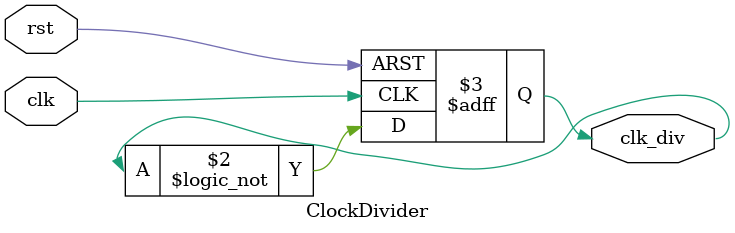
<source format=v>
module ClockDivider (
    input clk, rst,
    output reg clk_div
    );

always @ (posedge(clk), posedge(rst))
begin
    if (rst) clk_div <= 0;
    else clk_div <= !clk_div;
end
endmodule

</source>
